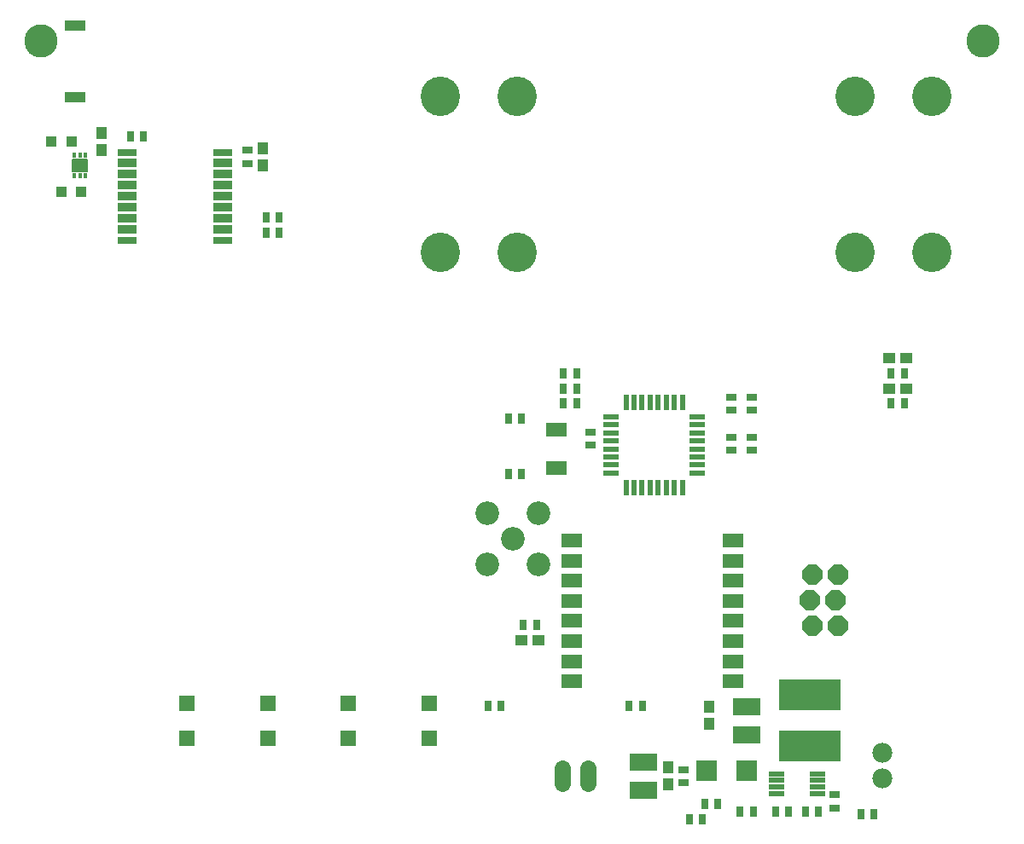
<source format=gts>
G75*
%MOIN*%
%OFA0B0*%
%FSLAX24Y24*%
%IPPOS*%
%LPD*%
%AMOC8*
5,1,8,0,0,1.08239X$1,22.5*
%
%ADD10C,0.1300*%
%ADD11R,0.0620X0.0240*%
%ADD12R,0.0240X0.0620*%
%ADD13R,0.0827X0.0434*%
%ADD14R,0.0827X0.0552*%
%ADD15R,0.0749X0.0355*%
%ADD16R,0.0749X0.0316*%
%ADD17C,0.0926*%
%ADD18R,0.0631X0.0631*%
%ADD19R,0.0394X0.0316*%
%ADD20R,0.0316X0.0394*%
%ADD21R,0.0434X0.0434*%
%ADD22R,0.0434X0.0473*%
%ADD23R,0.0473X0.0434*%
%ADD24R,0.1103X0.0670*%
%ADD25C,0.0640*%
%ADD26C,0.1540*%
%ADD27OC8,0.0780*%
%ADD28R,0.0640X0.0220*%
%ADD29R,0.0827X0.0827*%
%ADD30R,0.0150X0.0237*%
%ADD31C,0.0054*%
%ADD32C,0.0780*%
%ADD33R,0.2402X0.1221*%
D10*
X001558Y031156D03*
X038369Y031156D03*
D11*
X027177Y016469D03*
X027177Y016159D03*
X027177Y015839D03*
X027177Y015529D03*
X027177Y015209D03*
X027177Y014899D03*
X027177Y014579D03*
X027177Y014269D03*
X023837Y014269D03*
X023837Y014579D03*
X023837Y014899D03*
X023837Y015209D03*
X023837Y015529D03*
X023837Y015839D03*
X023837Y016159D03*
X023837Y016469D03*
D12*
X024407Y017039D03*
X024717Y017039D03*
X025037Y017039D03*
X025347Y017039D03*
X025667Y017039D03*
X025977Y017039D03*
X026297Y017039D03*
X026607Y017039D03*
X026607Y013699D03*
X026297Y013699D03*
X025977Y013699D03*
X025667Y013699D03*
X025347Y013699D03*
X025037Y013699D03*
X024717Y013699D03*
X024407Y013699D03*
D13*
X002873Y028961D03*
X002873Y031757D03*
D14*
X021676Y015959D03*
X021676Y014463D03*
X022298Y011629D03*
X022298Y010841D03*
X022298Y010054D03*
X022298Y009267D03*
X022298Y008479D03*
X022298Y007692D03*
X022298Y006904D03*
X022298Y006117D03*
X028597Y006117D03*
X028597Y006904D03*
X028597Y007692D03*
X028597Y008479D03*
X028597Y009267D03*
X028597Y010054D03*
X028597Y010841D03*
X028597Y011629D03*
D15*
X008652Y023786D03*
X008652Y024219D03*
X008652Y024652D03*
X008652Y025085D03*
X008652Y025519D03*
X008652Y025952D03*
X008652Y026385D03*
X004912Y026385D03*
X004912Y025952D03*
X004912Y025519D03*
X004912Y025085D03*
X004912Y024652D03*
X004912Y024219D03*
X004912Y023786D03*
D16*
X004912Y023373D03*
X008652Y023373D03*
X008652Y026798D03*
X004912Y026798D03*
D17*
X018991Y012700D03*
X019991Y011700D03*
X020991Y012700D03*
X020991Y010700D03*
X018991Y010700D03*
D18*
X007267Y003893D03*
X007267Y005270D03*
X010416Y005270D03*
X010416Y003893D03*
X013566Y003893D03*
X013566Y005270D03*
X016715Y005270D03*
X016715Y003893D03*
D19*
X026656Y002672D03*
X026656Y002160D03*
X032562Y001688D03*
X032562Y001176D03*
X029314Y015152D03*
X029314Y015664D03*
X028526Y015664D03*
X028526Y015152D03*
X028526Y016727D03*
X028526Y017239D03*
X029314Y017239D03*
X029314Y016727D03*
X023015Y015861D03*
X023015Y015349D03*
X009629Y026373D03*
X009629Y026885D03*
D20*
X010357Y024267D03*
X010869Y024267D03*
X010869Y023676D03*
X010357Y023676D03*
X005554Y027416D03*
X005042Y027416D03*
X019806Y016393D03*
X020318Y016393D03*
X021971Y016983D03*
X022483Y016983D03*
X022483Y017574D03*
X021971Y017574D03*
X021971Y018164D03*
X022483Y018164D03*
X020318Y014227D03*
X019806Y014227D03*
X020397Y008322D03*
X020908Y008322D03*
X019530Y005172D03*
X019019Y005172D03*
X024530Y005172D03*
X025042Y005172D03*
X027483Y001333D03*
X027995Y001333D03*
X027404Y000743D03*
X026893Y000743D03*
X028861Y001038D03*
X029373Y001038D03*
X030239Y001038D03*
X030751Y001038D03*
X031420Y001038D03*
X031932Y001038D03*
X033586Y000940D03*
X034097Y000940D03*
X034767Y016983D03*
X035278Y016983D03*
X035278Y018164D03*
X034767Y018164D03*
D21*
X003133Y025251D03*
X002345Y025251D03*
X001952Y027219D03*
X002739Y027219D03*
D22*
X003920Y026885D03*
X003920Y027554D03*
X010219Y026963D03*
X010219Y026294D03*
X027641Y005113D03*
X027641Y004444D03*
X026066Y002751D03*
X026066Y002081D03*
D23*
X020987Y007731D03*
X020318Y007731D03*
X034688Y017574D03*
X035357Y017574D03*
X035357Y018755D03*
X034688Y018755D03*
D24*
X029117Y005133D03*
X029117Y004030D03*
X025082Y002967D03*
X025082Y001865D03*
D25*
X022924Y002116D02*
X022924Y002716D01*
X021924Y002716D02*
X021924Y002116D01*
D26*
X020160Y022889D03*
X017168Y022889D03*
X017168Y028991D03*
X020160Y028991D03*
X033349Y028991D03*
X036341Y028991D03*
X036341Y022889D03*
X033349Y022889D03*
D27*
X032676Y010290D03*
X031676Y010290D03*
X031576Y009290D03*
X032576Y009290D03*
X032676Y008290D03*
X031676Y008290D03*
D28*
X031886Y002501D03*
X031886Y002251D03*
X031886Y001991D03*
X031886Y001741D03*
X030286Y001741D03*
X030286Y001991D03*
X030286Y002251D03*
X030286Y002501D03*
D29*
X029117Y002613D03*
X027542Y002613D03*
D30*
X003290Y025900D03*
X003074Y025900D03*
X002857Y025900D03*
X002857Y026688D03*
X003074Y026688D03*
X003290Y026688D03*
D31*
X002792Y026539D02*
X002792Y026049D01*
X002792Y026539D02*
X003356Y026539D01*
X003356Y026049D01*
X002792Y026049D01*
X002792Y026102D02*
X003356Y026102D01*
X003356Y026155D02*
X002792Y026155D01*
X002792Y026208D02*
X003356Y026208D01*
X003356Y026261D02*
X002792Y026261D01*
X002792Y026314D02*
X003356Y026314D01*
X003356Y026367D02*
X002792Y026367D01*
X002792Y026420D02*
X003356Y026420D01*
X003356Y026473D02*
X002792Y026473D01*
X002792Y026526D02*
X003356Y026526D01*
D32*
X034432Y003318D03*
X034432Y002318D03*
D33*
X031578Y003581D03*
X031578Y005581D03*
M02*

</source>
